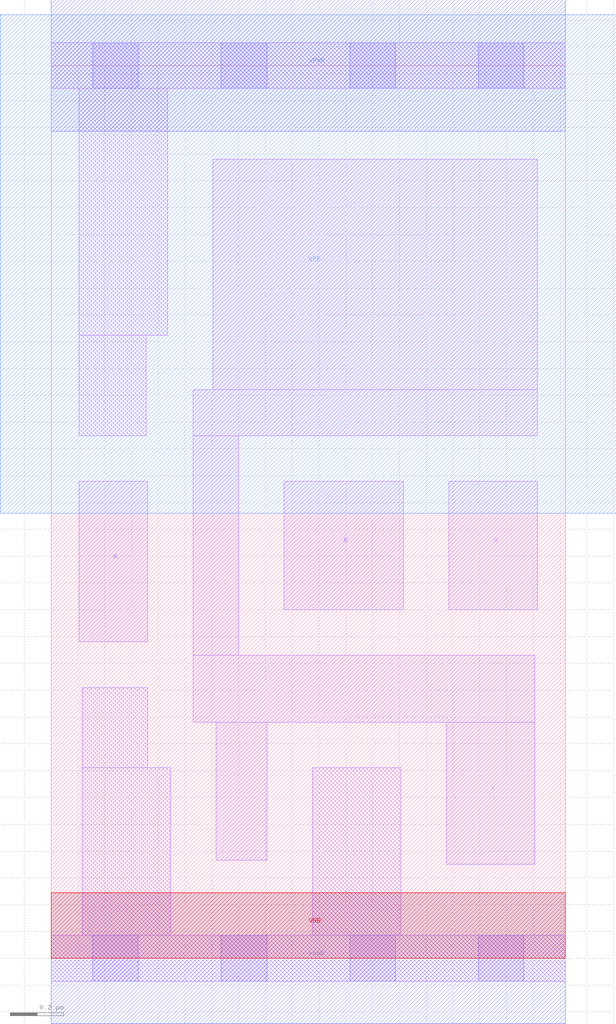
<source format=lef>
# Copyright 2020 The SkyWater PDK Authors
#
# Licensed under the Apache License, Version 2.0 (the "License");
# you may not use this file except in compliance with the License.
# You may obtain a copy of the License at
#
#     https://www.apache.org/licenses/LICENSE-2.0
#
# Unless required by applicable law or agreed to in writing, software
# distributed under the License is distributed on an "AS IS" BASIS,
# WITHOUT WARRANTIES OR CONDITIONS OF ANY KIND, either express or implied.
# See the License for the specific language governing permissions and
# limitations under the License.
#
# SPDX-License-Identifier: Apache-2.0

VERSION 5.7 ;
  NOWIREEXTENSIONATPIN ON ;
  DIVIDERCHAR "/" ;
  BUSBITCHARS "[]" ;
MACRO sky130_fd_sc_ms__nor3_1
  CLASS CORE ;
  FOREIGN sky130_fd_sc_ms__nor3_1 ;
  ORIGIN  0.000000  0.000000 ;
  SIZE  1.920000 BY  3.330000 ;
  SYMMETRY X Y ;
  SITE unit ;
  PIN A
    ANTENNAGATEAREA  0.312600 ;
    DIRECTION INPUT ;
    USE SIGNAL ;
    PORT
      LAYER li1 ;
        RECT 0.105000 1.180000 0.360000 1.780000 ;
    END
  END A
  PIN B
    ANTENNAGATEAREA  0.312600 ;
    DIRECTION INPUT ;
    USE SIGNAL ;
    PORT
      LAYER li1 ;
        RECT 0.870000 1.300000 1.315000 1.780000 ;
    END
  END B
  PIN C
    ANTENNAGATEAREA  0.312600 ;
    DIRECTION INPUT ;
    USE SIGNAL ;
    PORT
      LAYER li1 ;
        RECT 1.485000 1.300000 1.815000 1.780000 ;
    END
  END C
  PIN Y
    ANTENNADIFFAREA  0.720500 ;
    DIRECTION OUTPUT ;
    USE SIGNAL ;
    PORT
      LAYER li1 ;
        RECT 0.530000 0.880000 1.805000 1.130000 ;
        RECT 0.530000 1.130000 0.700000 1.950000 ;
        RECT 0.530000 1.950000 1.815000 2.120000 ;
        RECT 0.605000 2.120000 1.815000 2.980000 ;
        RECT 0.615000 0.365000 0.805000 0.880000 ;
        RECT 1.475000 0.350000 1.805000 0.880000 ;
    END
  END Y
  PIN VGND
    DIRECTION INOUT ;
    USE GROUND ;
    PORT
      LAYER met1 ;
        RECT 0.000000 -0.245000 1.920000 0.245000 ;
    END
  END VGND
  PIN VNB
    DIRECTION INOUT ;
    USE GROUND ;
    PORT
      LAYER pwell ;
        RECT 0.000000 0.000000 1.920000 0.245000 ;
    END
  END VNB
  PIN VPB
    DIRECTION INOUT ;
    USE POWER ;
    PORT
      LAYER nwell ;
        RECT -0.190000 1.660000 2.110000 3.520000 ;
    END
  END VPB
  PIN VPWR
    DIRECTION INOUT ;
    USE POWER ;
    PORT
      LAYER met1 ;
        RECT 0.000000 3.085000 1.920000 3.575000 ;
    END
  END VPWR
  OBS
    LAYER li1 ;
      RECT 0.000000 -0.085000 1.920000 0.085000 ;
      RECT 0.000000  3.245000 1.920000 3.415000 ;
      RECT 0.105000  1.950000 0.355000 2.325000 ;
      RECT 0.105000  2.325000 0.435000 3.245000 ;
      RECT 0.115000  0.085000 0.445000 0.710000 ;
      RECT 0.115000  0.710000 0.360000 1.010000 ;
      RECT 0.975000  0.085000 1.305000 0.710000 ;
    LAYER mcon ;
      RECT 0.155000 -0.085000 0.325000 0.085000 ;
      RECT 0.155000  3.245000 0.325000 3.415000 ;
      RECT 0.635000 -0.085000 0.805000 0.085000 ;
      RECT 0.635000  3.245000 0.805000 3.415000 ;
      RECT 1.115000 -0.085000 1.285000 0.085000 ;
      RECT 1.115000  3.245000 1.285000 3.415000 ;
      RECT 1.595000 -0.085000 1.765000 0.085000 ;
      RECT 1.595000  3.245000 1.765000 3.415000 ;
  END
END sky130_fd_sc_ms__nor3_1
END LIBRARY

</source>
